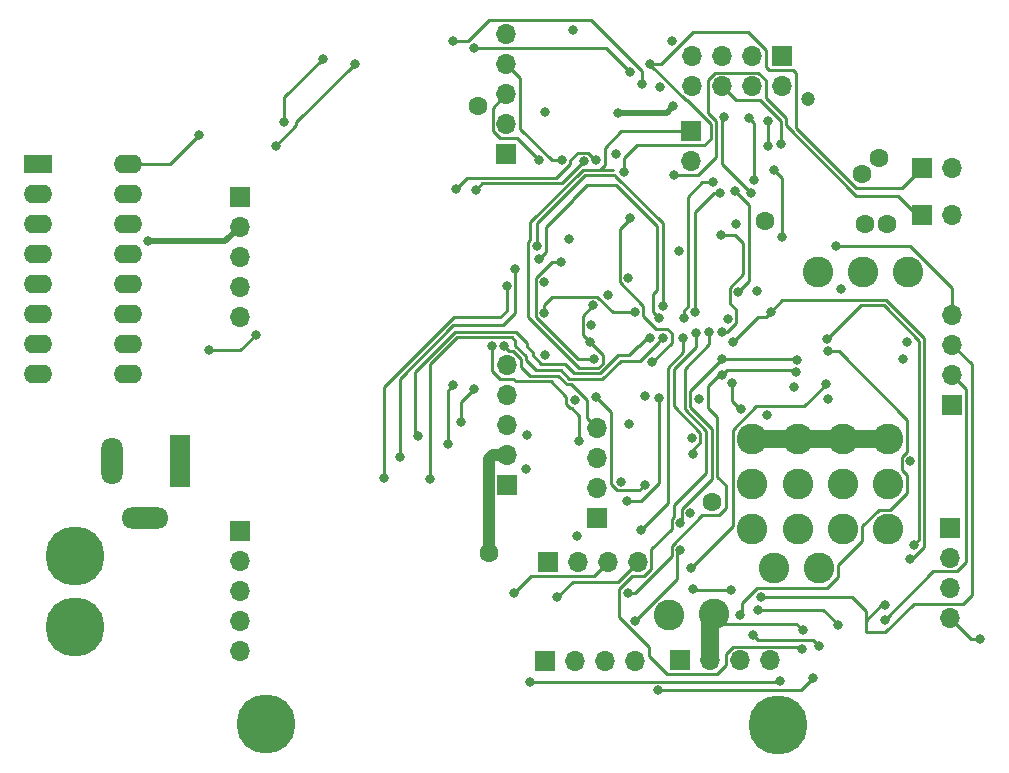
<source format=gbl>
%TF.GenerationSoftware,KiCad,Pcbnew,(5.1.6-0-10_14)*%
%TF.CreationDate,2022-07-25T21:05:29-05:00*%
%TF.ProjectId,small_led_driver_with_optoisolator,736d616c-6c5f-46c6-9564-5f6472697665,rev?*%
%TF.SameCoordinates,Original*%
%TF.FileFunction,Copper,L4,Bot*%
%TF.FilePolarity,Positive*%
%FSLAX46Y46*%
G04 Gerber Fmt 4.6, Leading zero omitted, Abs format (unit mm)*
G04 Created by KiCad (PCBNEW (5.1.6-0-10_14)) date 2022-07-25 21:05:29*
%MOMM*%
%LPD*%
G01*
G04 APERTURE LIST*
%TA.AperFunction,ComponentPad*%
%ADD10C,5.000000*%
%TD*%
%TA.AperFunction,ComponentPad*%
%ADD11R,1.700000X1.700000*%
%TD*%
%TA.AperFunction,ComponentPad*%
%ADD12O,1.700000X1.700000*%
%TD*%
%TA.AperFunction,ComponentPad*%
%ADD13C,2.600000*%
%TD*%
%TA.AperFunction,ComponentPad*%
%ADD14R,1.800000X4.400000*%
%TD*%
%TA.AperFunction,ComponentPad*%
%ADD15O,1.800000X4.000000*%
%TD*%
%TA.AperFunction,ComponentPad*%
%ADD16O,4.000000X1.800000*%
%TD*%
%TA.AperFunction,ComponentPad*%
%ADD17O,2.400000X1.600000*%
%TD*%
%TA.AperFunction,ComponentPad*%
%ADD18R,2.400000X1.600000*%
%TD*%
%TA.AperFunction,ViaPad*%
%ADD19C,0.800000*%
%TD*%
%TA.AperFunction,ViaPad*%
%ADD20C,1.600000*%
%TD*%
%TA.AperFunction,ViaPad*%
%ADD21C,1.200000*%
%TD*%
%TA.AperFunction,Conductor*%
%ADD22C,1.500000*%
%TD*%
%TA.AperFunction,Conductor*%
%ADD23C,0.250000*%
%TD*%
%TA.AperFunction,Conductor*%
%ADD24C,0.500000*%
%TD*%
%TA.AperFunction,Conductor*%
%ADD25C,1.000000*%
%TD*%
G04 APERTURE END LIST*
D10*
%TO.P,J33,1*%
%TO.N,Net-(J1-Pad1)*%
X143610000Y-131240000D03*
%TD*%
%TO.P,J34,1*%
%TO.N,+5V*%
X186974000Y-131358000D03*
%TD*%
D11*
%TO.P,U10,1*%
%TO.N,GND1*%
X163999718Y-111051000D03*
D12*
%TO.P,U10,2*%
%TO.N,+5V*%
X163999718Y-108511000D03*
%TO.P,U10,3*%
%TO.N,/OUT_3_P*%
X163999718Y-105971000D03*
%TO.P,U10,4*%
%TO.N,/OUT_3_N*%
X163999718Y-103431000D03*
%TO.P,U10,5*%
%TO.N,N/C*%
X163999718Y-100891000D03*
%TD*%
%TO.P,U5,5*%
%TO.N,N/C*%
X141401412Y-96776537D03*
%TO.P,U5,4*%
%TO.N,/OUT_2_N*%
X141401412Y-94236537D03*
%TO.P,U5,3*%
%TO.N,/OUT_2_P*%
X141401412Y-91696537D03*
%TO.P,U5,2*%
%TO.N,+5V*%
X141401412Y-89156537D03*
D11*
%TO.P,U5,1*%
%TO.N,GND1*%
X141401412Y-86616537D03*
%TD*%
%TO.P,U9,1*%
%TO.N,GND1*%
X163953092Y-83010883D03*
D12*
%TO.P,U9,2*%
%TO.N,+5V*%
X163953092Y-80470883D03*
%TO.P,U9,3*%
%TO.N,/OUT_1_P*%
X163953092Y-77930883D03*
%TO.P,U9,4*%
%TO.N,/OUT_1_N*%
X163953092Y-75390883D03*
%TO.P,U9,5*%
%TO.N,N/C*%
X163953092Y-72850883D03*
%TD*%
%TO.P,J31,4*%
%TO.N,/Sheet62D1858B/GPIO3*%
X175061000Y-117584000D03*
%TO.P,J31,3*%
%TO.N,/Sheet62D1858B/GPIO2*%
X172521000Y-117584000D03*
%TO.P,J31,2*%
%TO.N,/Sheet62D1858B/GPIO1*%
X169981000Y-117584000D03*
D11*
%TO.P,J31,1*%
%TO.N,/Sheet62D1858B/GPIO0*%
X167441000Y-117584000D03*
%TD*%
D12*
%TO.P,J30,4*%
%TO.N,+3V3*%
X201710000Y-96640000D03*
%TO.P,J30,3*%
%TO.N,/Sheet62D1858B/I2C2_SDA*%
X201710000Y-99180000D03*
%TO.P,J30,2*%
%TO.N,/Sheet62D1858B/I2C2_SCL*%
X201710000Y-101720000D03*
D11*
%TO.P,J30,1*%
%TO.N,GND1*%
X201710000Y-104260000D03*
%TD*%
D12*
%TO.P,J29,4*%
%TO.N,+5V*%
X186280000Y-125891000D03*
%TO.P,J29,3*%
%TO.N,GND1*%
X183740000Y-125891000D03*
%TO.P,J29,2*%
%TO.N,+3V3*%
X181200000Y-125891000D03*
D11*
%TO.P,J29,1*%
%TO.N,GND1*%
X178660000Y-125891000D03*
%TD*%
D13*
%TO.P,J28,1*%
%TO.N,GND1*%
X177728000Y-122040000D03*
%TD*%
%TO.P,J27,1*%
%TO.N,+5V*%
X186577999Y-118059400D03*
%TD*%
D11*
%TO.P,J26,1*%
%TO.N,/Sheet62D1858B/LPUART1_TX_SHIFTED*%
X167236000Y-125909000D03*
D12*
%TO.P,J26,2*%
%TO.N,/Sheet62D1858B/LPUART1_RX_SHIFTED*%
X169776000Y-125909000D03*
%TO.P,J26,3*%
%TO.N,/Sheet62D1858B/LPUART1_TX*%
X172316000Y-125909000D03*
%TO.P,J26,4*%
%TO.N,/Sheet62D1858B/LPUART1_RX*%
X174856000Y-125909000D03*
%TD*%
D11*
%TO.P,J25,1*%
%TO.N,/Sheet62D1858B/SPI3_MOSI*%
X201510000Y-114640000D03*
D12*
%TO.P,J25,2*%
%TO.N,/Sheet62D1858B/SPI3_MISO*%
X201510000Y-117180000D03*
%TO.P,J25,3*%
%TO.N,/Sheet62D1858B/SPI3_SCK*%
X201510000Y-119720000D03*
%TO.P,J25,4*%
%TO.N,/Sheet62D1858B/SPI3_NSS*%
X201510000Y-122260000D03*
%TD*%
D13*
%TO.P,J24,1*%
%TO.N,GND1*%
X190388000Y-118059400D03*
%TD*%
%TO.P,J2,1*%
%TO.N,+3V3*%
X181491000Y-121927000D03*
%TD*%
D14*
%TO.P,J1,1*%
%TO.N,Net-(J1-Pad1)*%
X136325000Y-109020000D03*
D15*
%TO.P,J1,2*%
%TO.N,GND1*%
X130525000Y-109020000D03*
D16*
%TO.P,J1,3*%
X133325000Y-113820000D03*
%TD*%
D10*
%TO.P,J20,1*%
%TO.N,Net-(J1-Pad1)*%
X127410000Y-117040000D03*
%TD*%
D13*
%TO.P,J13,1*%
%TO.N,/Sheet62D1858B/TIM1_CH1_SHIFT*%
X188619004Y-110942478D03*
%TD*%
D11*
%TO.P,J3,1*%
%TO.N,WKUP3*%
X171619280Y-113847704D03*
D12*
%TO.P,J3,2*%
%TO.N,WKUP4*%
X171619280Y-111307704D03*
%TO.P,J3,3*%
%TO.N,WKUP1*%
X171619280Y-108767704D03*
%TO.P,J3,4*%
%TO.N,WKUP2*%
X171619280Y-106227704D03*
%TD*%
D13*
%TO.P,J22,1*%
%TO.N,/Sheet62D1858B/TIM15_CH1_SHIFT*%
X184776004Y-110928478D03*
%TD*%
%TO.P,J19,1*%
%TO.N,/Sheet62D1858B/TIM1_CH3_SHIFT*%
X196239003Y-110942478D03*
%TD*%
%TO.P,J17,1*%
%TO.N,/Sheet62D1858B/TIM1_CH2_SHIFT*%
X192429003Y-110942479D03*
%TD*%
%TO.P,J4,1*%
%TO.N,GND1*%
X197923654Y-92975238D03*
%TD*%
%TO.P,J6,1*%
%TO.N,+5V*%
X192429003Y-107132478D03*
%TD*%
D12*
%TO.P,J16,2*%
%TO.N,+5V*%
X201668000Y-84176000D03*
D11*
%TO.P,J16,1*%
%TO.N,Net-(J16-Pad1)*%
X199128000Y-84176000D03*
%TD*%
%TO.P,J14,1*%
%TO.N,Net-(J14-Pad1)*%
X199160000Y-88189000D03*
D12*
%TO.P,J14,2*%
%TO.N,+5V*%
X201700000Y-88189000D03*
%TD*%
D13*
%TO.P,J23,1*%
%TO.N,/Sheet62D1858B/TIM16_CH1_SHIFT*%
X194113655Y-92975238D03*
%TD*%
D10*
%TO.P,J21,1*%
%TO.N,GND1*%
X127410000Y-123040000D03*
%TD*%
D12*
%TO.P,SW1,2*%
%TO.N,GND1*%
X179610780Y-83629700D03*
D11*
%TO.P,SW1,1*%
%TO.N,/Sheet62D1858B/NRST*%
X179610780Y-81089700D03*
%TD*%
D13*
%TO.P,J15,1*%
%TO.N,+5V*%
X196239003Y-107132478D03*
%TD*%
%TO.P,J12,1*%
%TO.N,GND1*%
X188619004Y-114752479D03*
%TD*%
%TO.P,J11,1*%
%TO.N,GND1*%
X192429003Y-114752480D03*
%TD*%
%TO.P,J10,1*%
%TO.N,GND1*%
X184776003Y-114738479D03*
%TD*%
D12*
%TO.P,J18,8*%
%TO.N,+3V3*%
X179638000Y-77283000D03*
%TO.P,J18,7*%
%TO.N,/Sheet62D1858B/SWDIO*%
X179638000Y-74743000D03*
%TO.P,J18,6*%
%TO.N,/Sheet62D1858B/SWCLK*%
X182178000Y-77283000D03*
%TO.P,J18,5*%
%TO.N,/Sheet62D1858B/JTDI*%
X182178000Y-74743000D03*
%TO.P,J18,4*%
%TO.N,/Sheet62D1858B/JTDO*%
X184718000Y-77283000D03*
%TO.P,J18,3*%
%TO.N,/Sheet62D1858B/NJTRST*%
X184718000Y-74743000D03*
%TO.P,J18,2*%
%TO.N,/Sheet62D1858B/NRST*%
X187258000Y-77283000D03*
D11*
%TO.P,J18,1*%
%TO.N,GND1*%
X187258000Y-74743000D03*
%TD*%
D17*
%TO.P,U7,16*%
%TO.N,/INT_1*%
X131930000Y-83840000D03*
%TO.P,U7,8*%
%TO.N,/OUT_4_N*%
X124310000Y-101620000D03*
%TO.P,U7,15*%
%TO.N,GND1*%
X131930000Y-86380000D03*
%TO.P,U7,7*%
%TO.N,Net-(R42-Pad1)*%
X124310000Y-99080000D03*
%TO.P,U7,14*%
%TO.N,/INT_2*%
X131930000Y-88920000D03*
%TO.P,U7,6*%
%TO.N,/OUT_3_N*%
X124310000Y-96540000D03*
%TO.P,U7,13*%
%TO.N,GND1*%
X131930000Y-91460000D03*
%TO.P,U7,5*%
%TO.N,Net-(R30-Pad1)*%
X124310000Y-94000000D03*
%TO.P,U7,12*%
%TO.N,/INT_3*%
X131930000Y-94000000D03*
%TO.P,U7,4*%
%TO.N,/OUT_2_N*%
X124310000Y-91460000D03*
%TO.P,U7,11*%
%TO.N,GND1*%
X131930000Y-96540000D03*
%TO.P,U7,3*%
%TO.N,Net-(R29-Pad1)*%
X124310000Y-88920000D03*
%TO.P,U7,10*%
%TO.N,/INT_4*%
X131930000Y-99080000D03*
%TO.P,U7,2*%
%TO.N,/OUT_1_N*%
X124310000Y-86380000D03*
%TO.P,U7,9*%
%TO.N,GND1*%
X131930000Y-101620000D03*
D18*
%TO.P,U7,1*%
%TO.N,Net-(R41-Pad1)*%
X124310000Y-83840000D03*
%TD*%
D13*
%TO.P,J9,1*%
%TO.N,GND1*%
X196239003Y-114752479D03*
%TD*%
%TO.P,J8,1*%
%TO.N,+5V*%
X190303654Y-92975238D03*
%TD*%
%TO.P,J7,1*%
%TO.N,+5V*%
X188619003Y-107132478D03*
%TD*%
%TO.P,J5,1*%
%TO.N,+5V*%
X184776004Y-107118478D03*
%TD*%
D11*
%TO.P,U11,1*%
%TO.N,GND1*%
X141410000Y-114940000D03*
D12*
%TO.P,U11,2*%
%TO.N,+5V*%
X141410000Y-117480000D03*
%TO.P,U11,3*%
%TO.N,/OUT_4_P*%
X141410000Y-120020000D03*
%TO.P,U11,4*%
%TO.N,/OUT_4_N*%
X141410000Y-122560000D03*
%TO.P,U11,5*%
%TO.N,N/C*%
X141410000Y-125100000D03*
%TD*%
D19*
%TO.N,GND1*%
X188321500Y-102759501D03*
X180216000Y-103739000D03*
X191138000Y-103788000D03*
X197520999Y-100389000D03*
X197883000Y-98885000D03*
X167210500Y-100038100D03*
X175690000Y-103480000D03*
X171120000Y-97470000D03*
X173670000Y-110770000D03*
X182690000Y-96950000D03*
X169725100Y-103822700D03*
X167175001Y-93815000D03*
X185199999Y-94600000D03*
X192290000Y-94439000D03*
X198152000Y-109040000D03*
X178544000Y-91179000D03*
X169966000Y-115388999D03*
X179643800Y-107073900D03*
D20*
X194308000Y-88960000D03*
X196213000Y-88960000D03*
D19*
X169610000Y-72540000D03*
X165660000Y-106790000D03*
X169211640Y-90194360D03*
D21*
X189501000Y-78331000D03*
D19*
X167242500Y-79421500D03*
%TO.N,+3V3*%
X172535000Y-94905000D03*
X174270000Y-93530000D03*
X174320000Y-105830000D03*
X179521000Y-113388001D03*
D20*
X181381000Y-112471000D03*
D19*
X186056000Y-105099000D03*
X165610000Y-109640000D03*
X189035000Y-123349000D03*
X191833000Y-90779000D03*
X183365000Y-88914000D03*
D20*
X185854100Y-88709700D03*
D19*
X173370000Y-79497000D03*
X178077000Y-78948000D03*
X173199000Y-83043000D03*
D20*
%TO.N,+5V*%
X194058450Y-84734450D03*
X195462950Y-83329950D03*
D19*
X133621500Y-90414500D03*
X176922000Y-77323000D03*
X177942000Y-73423000D03*
D20*
X162449717Y-116763283D03*
X161534000Y-78979000D03*
D19*
%TO.N,Net-(J14-Pad1)*%
X178136000Y-84818000D03*
%TO.N,Net-(J16-Pad1)*%
X176134000Y-75410000D03*
X173895000Y-84532000D03*
%TO.N,/Sheet62D1858B/NRST*%
X171302439Y-95831860D03*
X171040000Y-98950000D03*
%TO.N,/Sheet62D1858B/NJTRST*%
X178996100Y-96901200D03*
X181417000Y-85394000D03*
%TO.N,/Sheet62D1858B/JTDO*%
X179935001Y-96388001D03*
X187289200Y-90066060D03*
X186069000Y-80176000D03*
X186069000Y-82345000D03*
X186568200Y-84343800D03*
X182042000Y-86308000D03*
%TO.N,/Sheet62D1858B/JTDI*%
X183580800Y-94678700D03*
X183314100Y-86169700D03*
X184477000Y-79927000D03*
X184934000Y-85178000D03*
%TO.N,/Sheet62D1858B/SWCLK*%
X187161000Y-82139000D03*
%TO.N,/Sheet62D1858B/SWDIO*%
X182247300Y-98056899D03*
X182392000Y-79880000D03*
X184664000Y-86281000D03*
X182121160Y-89902640D03*
%TO.N,/Sheet62D1858B/LED_OUT_1*%
X171363400Y-100406400D03*
X168554000Y-92159000D03*
%TO.N,/Sheet62D1858B/LED_OUT_2*%
X176309000Y-100636001D03*
X174384000Y-88433000D03*
%TO.N,/INT_1*%
X137901000Y-81425000D03*
%TO.N,/Sheet62D1858B/LVL_EN*%
X198431000Y-116075000D03*
X183066000Y-102396000D03*
X183773000Y-104620000D03*
X191116471Y-98641471D03*
%TO.N,/Sheet62D1858B/SPI3_NSS*%
X176887900Y-103632200D03*
X174131000Y-112422000D03*
X204053000Y-124036000D03*
X176817999Y-128404001D03*
X189927000Y-127390000D03*
%TO.N,/Sheet62D1858B/SPI3_SCK*%
X181142400Y-98107701D03*
X188979000Y-124888000D03*
%TO.N,/Sheet62D1858B/SPI3_MISO*%
X179756000Y-108371000D03*
X179974000Y-98203098D03*
X190381000Y-124628000D03*
X184843000Y-123736000D03*
X182989000Y-119959000D03*
X179723000Y-119857000D03*
%TO.N,/Sheet62D1858B/SPI3_MOSI*%
X178925000Y-98625000D03*
X175367000Y-114814000D03*
X165940000Y-127679000D03*
X187154000Y-127645000D03*
%TO.N,/Sheet62D1858B/LPUART1_RX*%
X182225200Y-100340200D03*
X188563500Y-100427500D03*
X178668000Y-116526000D03*
X178670000Y-114264000D03*
X174856000Y-122506998D03*
%TO.N,/Sheet62D1858B/LPUART1_TX*%
X188494000Y-101489000D03*
X182174000Y-101757000D03*
X174220000Y-120208000D03*
%TO.N,/Sheet62D1858B/LPUART1_RX_SHIFTED*%
X191171000Y-99719000D03*
X183763000Y-122060002D03*
%TO.N,/Sheet62D1858B/LPUART1_TX_SHIFTED*%
X190969000Y-102497000D03*
X179600000Y-118051000D03*
%TO.N,/Sheet62D1858B/I2C2_SCL*%
X185269901Y-121577300D03*
X195993002Y-122457998D03*
X192035697Y-122857997D03*
%TO.N,/Sheet62D1858B/I2C2_SDA*%
X185511201Y-120510500D03*
X196029000Y-121199000D03*
%TO.N,Net-(R27-Pad2)*%
X171566600Y-103594100D03*
X175644500Y-111070500D03*
%TO.N,/Sheet62D1858B/GPIO0*%
X177229000Y-98545000D03*
X157478000Y-110537000D03*
%TO.N,/Sheet62D1858B/GPIO1*%
X176104000Y-98603000D03*
X156441000Y-106895000D03*
%TO.N,/Sheet62D1858B/GPIO2*%
X177172001Y-95919000D03*
X164604000Y-120164000D03*
X164688000Y-92733000D03*
X166539000Y-90808000D03*
X154932000Y-108692000D03*
%TO.N,/Sheet62D1858B/GPIO3*%
X168236000Y-120539000D03*
X163962999Y-94169999D03*
X166724000Y-91863000D03*
X176833000Y-96875000D03*
X153624000Y-110444000D03*
%TO.N,/Sheet62D1858B/LVL_DIR*%
X198122000Y-117322999D03*
X183116500Y-98925500D03*
X186320500Y-96350500D03*
%TO.N,/INT_3*%
X144410000Y-82340000D03*
X174410000Y-76040000D03*
X161224116Y-74025884D03*
X151108000Y-75395000D03*
%TO.N,/OUT_1_P*%
X166710000Y-83540000D03*
%TO.N,/OUT_1_N*%
X168622500Y-83527500D03*
%TO.N,/INT_4*%
X138810000Y-99640000D03*
X142760000Y-98290000D03*
X175410000Y-77040000D03*
X159423499Y-73453499D03*
X145135001Y-80311001D03*
X148396000Y-74959000D03*
%TO.N,WKUP3*%
X171549000Y-83528000D03*
X159704000Y-85964000D03*
X159470000Y-102594000D03*
X159010000Y-107524000D03*
%TO.N,WKUP4*%
X160110000Y-105740000D03*
X170492000Y-83636000D03*
X161354000Y-86025000D03*
X161192000Y-102928000D03*
%TO.N,WKUP1*%
X170122000Y-107302000D03*
X162710000Y-99240000D03*
%TO.N,WKUP2*%
X167147000Y-96431300D03*
X174815999Y-96395001D03*
X163760000Y-99290000D03*
%TD*%
D22*
%TO.N,+3V3*%
X181200000Y-122218000D02*
X181491000Y-121927000D01*
X181200000Y-125891000D02*
X181200000Y-122218000D01*
D23*
X201710000Y-94356582D02*
X198132418Y-90779000D01*
X201710000Y-96640000D02*
X201710000Y-94356582D01*
X198132418Y-90779000D02*
X191833000Y-90779000D01*
X189035000Y-123349000D02*
X188490000Y-122804000D01*
X182349003Y-122785003D02*
X181491000Y-121927000D01*
X183824003Y-122785003D02*
X182349003Y-122785003D01*
X183843000Y-122804000D02*
X183824003Y-122785003D01*
X188490000Y-122804000D02*
X183843000Y-122804000D01*
D24*
X173370000Y-79497000D02*
X177528000Y-79497000D01*
X177528000Y-79497000D02*
X178077000Y-78948000D01*
X178077000Y-78948000D02*
X178077000Y-78948000D01*
D22*
%TO.N,+5V*%
X188619003Y-107132478D02*
X192429003Y-107132478D01*
X196239003Y-107132478D02*
X192429003Y-107132478D01*
X188605004Y-107118478D02*
X188619003Y-107132478D01*
X184776004Y-107118478D02*
X188605004Y-107118478D01*
D24*
X184776004Y-108111996D02*
X184776004Y-107118478D01*
X140143449Y-90414500D02*
X141401412Y-89156537D01*
X133621500Y-90414500D02*
X140143449Y-90414500D01*
D25*
X162449717Y-108858920D02*
X162449717Y-116763283D01*
X162797637Y-108511000D02*
X162449717Y-108858920D01*
X163999718Y-108511000D02*
X162797637Y-108511000D01*
D23*
X201685000Y-83999000D02*
X200884002Y-83999000D01*
%TO.N,Net-(J14-Pad1)*%
X180161482Y-84818000D02*
X178136000Y-84818000D01*
X181730009Y-83249473D02*
X180161482Y-84818000D01*
X185893001Y-78234003D02*
X185893001Y-76718999D01*
X181002999Y-79506999D02*
X181730009Y-80234009D01*
X181002999Y-76718999D02*
X181002999Y-79506999D01*
X187611010Y-79952012D02*
X185893001Y-78234003D01*
X181613999Y-76107999D02*
X181002999Y-76718999D01*
X185893001Y-76718999D02*
X185282001Y-76107999D01*
X187611010Y-80588422D02*
X187611010Y-79952012D01*
X193585587Y-86562999D02*
X187611010Y-80588422D01*
X185282001Y-76107999D02*
X181613999Y-76107999D01*
X181730009Y-80234009D02*
X181730009Y-83249473D01*
X199160000Y-88189000D02*
X198745000Y-88189000D01*
X197118999Y-86562999D02*
X193585587Y-86562999D01*
X198745000Y-88189000D02*
X197118999Y-86562999D01*
%TO.N,Net-(J16-Pad1)*%
X173895000Y-84532000D02*
X173895000Y-83367000D01*
X180720781Y-82264701D02*
X181280000Y-81705482D01*
X174997299Y-82264701D02*
X180720781Y-82264701D01*
X173895000Y-83367000D02*
X174997299Y-82264701D01*
X176134000Y-75461998D02*
X176134000Y-75410000D01*
X179130003Y-78458001D02*
X176134000Y-75461998D01*
X179264083Y-78458001D02*
X179130003Y-78458001D01*
X181280000Y-80473918D02*
X179264083Y-78458001D01*
X181280000Y-81705482D02*
X181280000Y-80473918D01*
X184412001Y-72697999D02*
X179740003Y-72697999D01*
X177028002Y-75410000D02*
X176134000Y-75410000D01*
X186147999Y-75918001D02*
X185893001Y-75663003D01*
X188204001Y-75918001D02*
X186147999Y-75918001D01*
X179740003Y-72697999D02*
X177028002Y-75410000D01*
X188433001Y-76147001D02*
X188204001Y-75918001D01*
X188433001Y-80774003D02*
X188433001Y-76147001D01*
X185893001Y-75663003D02*
X185893001Y-74178999D01*
X193518449Y-85859451D02*
X188433001Y-80774003D01*
X185893001Y-74178999D02*
X184412001Y-72697999D01*
X197444549Y-85859451D02*
X199128000Y-84176000D01*
X193518449Y-85859451D02*
X197444549Y-85859451D01*
%TO.N,/Sheet62D1858B/NRST*%
X170394999Y-96739301D02*
X171302439Y-95831860D01*
X171040000Y-98950000D02*
X170394999Y-98304999D01*
X170394999Y-98304999D02*
X170394999Y-96739301D01*
X172088401Y-99998401D02*
X171040000Y-98950000D01*
X172088401Y-100754401D02*
X172088401Y-99998401D01*
X179610780Y-81089700D02*
X175294300Y-81089700D01*
X170403409Y-84361001D02*
X165971989Y-88792421D01*
X165813999Y-90459999D02*
X165813999Y-96807711D01*
X165971989Y-90302009D02*
X165813999Y-90459999D01*
X165971989Y-88792421D02*
X165971989Y-90302009D01*
X170137689Y-101131401D02*
X171711401Y-101131401D01*
X171711401Y-101131401D02*
X172088401Y-100754401D01*
X165813999Y-96807711D02*
X170137689Y-101131401D01*
X172274001Y-83956999D02*
X172274001Y-82469001D01*
X171869999Y-84361001D02*
X172274001Y-83956999D01*
X171869999Y-84361001D02*
X170403409Y-84361001D01*
X173653302Y-81089700D02*
X175294300Y-81089700D01*
X172274001Y-82469001D02*
X173653302Y-81089700D01*
X172962001Y-84361001D02*
X171869999Y-84361001D01*
%TO.N,/Sheet62D1858B/NJTRST*%
X180542000Y-85394000D02*
X181417000Y-85394000D01*
X179300900Y-86635100D02*
X180542000Y-85394000D01*
X179300900Y-95949100D02*
X179300900Y-86635100D01*
X178996099Y-96253900D02*
X179300900Y-95949100D01*
X178996100Y-96901200D02*
X178996099Y-96253900D01*
%TO.N,/Sheet62D1858B/JTDO*%
X179935001Y-96388001D02*
X179935001Y-87968001D01*
X187289200Y-90066060D02*
X187289200Y-85064800D01*
X187289200Y-85064800D02*
X186568200Y-84343800D01*
X186069000Y-80176000D02*
X186069000Y-82345000D01*
X186069000Y-82345000D02*
X186069000Y-82396000D01*
X179935001Y-87968001D02*
X179935001Y-87881999D01*
X179935001Y-87881999D02*
X181509000Y-86308000D01*
X181509000Y-86308000D02*
X181852000Y-86308000D01*
X181852000Y-86308000D02*
X182042000Y-86308000D01*
%TO.N,/Sheet62D1858B/JTDI*%
X183580800Y-94678700D02*
X184489101Y-93770399D01*
X184489101Y-93770399D02*
X184489101Y-87344700D01*
X184489101Y-87344700D02*
X183314100Y-86169700D01*
X184934000Y-80384000D02*
X184477000Y-79927000D01*
X184934000Y-85178000D02*
X184934000Y-80384000D01*
%TO.N,/Sheet62D1858B/SWCLK*%
X185424003Y-78458001D02*
X187161000Y-80194998D01*
X183353001Y-78458001D02*
X185424003Y-78458001D01*
X182178000Y-77283000D02*
X183353001Y-78458001D01*
X187161000Y-80194998D02*
X187161000Y-82139000D01*
%TO.N,/Sheet62D1858B/SWDIO*%
X182247300Y-98056899D02*
X182298099Y-98107700D01*
X182196000Y-83813000D02*
X184664000Y-86281000D01*
X182147800Y-89876000D02*
X182121160Y-89902640D01*
X183299000Y-89876000D02*
X182147800Y-89876000D01*
X183986000Y-93200498D02*
X183986000Y-90563000D01*
X183415000Y-96200001D02*
X182855799Y-95640799D01*
X182855799Y-95640799D02*
X182855799Y-94330699D01*
X183986000Y-90563000D02*
X183299000Y-89876000D01*
X182855799Y-94330699D02*
X183986000Y-93200498D01*
X183415001Y-97298001D02*
X183415000Y-96200001D01*
X182656102Y-98056900D02*
X183415001Y-97298001D01*
X182247300Y-98056899D02*
X182656102Y-98056900D01*
X182196000Y-80076000D02*
X182392000Y-79880000D01*
X182196000Y-83813000D02*
X182196000Y-80076000D01*
%TO.N,/Sheet62D1858B/LED_OUT_1*%
X166421999Y-96779301D02*
X170049098Y-100406400D01*
X170049098Y-100406400D02*
X171363400Y-100406400D01*
X166421999Y-96779301D02*
X166421999Y-93495000D01*
X167786000Y-92159000D02*
X168554000Y-92159000D01*
X166450000Y-93495000D02*
X167786000Y-92159000D01*
X166421999Y-93495000D02*
X166450000Y-93495000D01*
%TO.N,/Sheet62D1858B/LED_OUT_2*%
X175541000Y-95874002D02*
X173544999Y-93878001D01*
X175541000Y-96743002D02*
X175541000Y-95874002D01*
X173544999Y-93878001D02*
X173544999Y-89388001D01*
X177954001Y-98990999D02*
X176309000Y-100636001D01*
X177954001Y-98196999D02*
X177954001Y-98990999D01*
X177577001Y-97819999D02*
X177954001Y-98196999D01*
X176617997Y-97819999D02*
X177577001Y-97819999D01*
X175541000Y-96743002D02*
X176617997Y-97819999D01*
X173544999Y-89388001D02*
X173544999Y-89384001D01*
X173544999Y-89384001D02*
X174384000Y-88545000D01*
X174384000Y-88545000D02*
X174384000Y-88433000D01*
%TO.N,/INT_1*%
X135486000Y-83840000D02*
X137901000Y-81425000D01*
X131930000Y-83840000D02*
X135486000Y-83840000D01*
%TO.N,/Sheet62D1858B/LVL_EN*%
X183560000Y-104443000D02*
X183596000Y-104443000D01*
X183596000Y-104443000D02*
X183773000Y-104620000D01*
X193942942Y-95815000D02*
X195886002Y-95815000D01*
X198877001Y-98805999D02*
X198877001Y-115628999D01*
X195886002Y-95815000D02*
X198877001Y-98805999D01*
X198877001Y-115628999D02*
X198431000Y-116075000D01*
X183066000Y-103949000D02*
X183560000Y-104443000D01*
X191116471Y-98641471D02*
X193942942Y-95815000D01*
X183066000Y-102396000D02*
X183066000Y-103949000D01*
%TO.N,/Sheet62D1858B/SPI3_NSS*%
X176887900Y-110900102D02*
X175366002Y-112422000D01*
X176887900Y-103632200D02*
X176887900Y-110900102D01*
X175366002Y-112422000D02*
X174131000Y-112422000D01*
X203286000Y-124036000D02*
X201510000Y-122260000D01*
X204053000Y-124036000D02*
X203286000Y-124036000D01*
X188496001Y-128404001D02*
X188912999Y-128404001D01*
X176817999Y-128404001D02*
X188496001Y-128404001D01*
X188912999Y-128404001D02*
X189927000Y-127390000D01*
%TO.N,/Sheet62D1858B/SPI3_SCK*%
X181142400Y-99093600D02*
X181142400Y-98107701D01*
X182564999Y-125326999D02*
X182564999Y-126265003D01*
X179034998Y-104637589D02*
X179034998Y-101201001D01*
X188979000Y-124888000D02*
X188806999Y-124715999D01*
X177944999Y-114746003D02*
X177944999Y-113915999D01*
X180818811Y-106421401D02*
X179034998Y-104637589D01*
X188806999Y-124715999D02*
X183175999Y-124715999D01*
X180818811Y-109998599D02*
X180818811Y-106421401D01*
X176031001Y-124755001D02*
X173494999Y-122218999D01*
X178130205Y-112687205D02*
X180818811Y-109998599D01*
X178130205Y-113730793D02*
X178130205Y-112687205D01*
X177944999Y-113915999D02*
X178130205Y-113730793D01*
X176236001Y-116455001D02*
X177944999Y-114746003D01*
X173494999Y-122218999D02*
X173494999Y-119859999D01*
X175625001Y-118759001D02*
X176236001Y-118148001D01*
X174595997Y-118759001D02*
X175625001Y-118759001D01*
X179034998Y-101201001D02*
X181142400Y-99093600D01*
X176031001Y-125547003D02*
X176031001Y-124755001D01*
X177549999Y-127066001D02*
X176031001Y-125547003D01*
X181764001Y-127066001D02*
X177549999Y-127066001D01*
X182564999Y-126265003D02*
X181764001Y-127066001D01*
X176236001Y-118148001D02*
X176236001Y-116455001D01*
X173494999Y-119859999D02*
X174595997Y-118759001D01*
X183175999Y-124715999D02*
X182564999Y-125326999D01*
%TO.N,/Sheet62D1858B/SPI3_MISO*%
X178115000Y-104354000D02*
X178115000Y-101246410D01*
X178115000Y-101246410D02*
X179974000Y-99387410D01*
X179974000Y-99387410D02*
X179974000Y-98203098D01*
X180368801Y-106607801D02*
X178115000Y-104354000D01*
X179756000Y-108371000D02*
X179756000Y-108034702D01*
X179756000Y-108034702D02*
X180368801Y-107421901D01*
X180368801Y-107421901D02*
X180368801Y-106607801D01*
X189915999Y-124162999D02*
X185269999Y-124162999D01*
X190381000Y-124628000D02*
X189915999Y-124162999D01*
X185269999Y-124162999D02*
X184843000Y-123736000D01*
X182989000Y-119959000D02*
X179825000Y-119959000D01*
X179825000Y-119959000D02*
X179723000Y-119857000D01*
%TO.N,/Sheet62D1858B/SPI3_MOSI*%
X178925000Y-98625000D02*
X178925000Y-99800000D01*
X177612901Y-101112099D02*
X177612901Y-112568099D01*
X178925000Y-99800000D02*
X177612901Y-101112099D01*
X177612901Y-112568099D02*
X175367000Y-114814000D01*
X187120000Y-127679000D02*
X187154000Y-127645000D01*
X165940000Y-127679000D02*
X187120000Y-127679000D01*
%TO.N,/Sheet62D1858B/LPUART1_RX*%
X188563500Y-100427500D02*
X188581000Y-100445000D01*
X179490999Y-104457179D02*
X181331799Y-106297979D01*
X181331799Y-106297979D02*
X181331799Y-110504199D01*
X179490999Y-103074401D02*
X179490999Y-104457179D01*
X182225200Y-100340200D02*
X179490999Y-103074401D01*
X178795998Y-113039999D02*
X181331799Y-110504199D01*
X188476200Y-100340200D02*
X188563500Y-100427500D01*
X182225200Y-100340200D02*
X188476200Y-100340200D01*
X178668000Y-116526000D02*
X178668000Y-116208302D01*
X178795998Y-113039999D02*
X178795998Y-114138002D01*
X178795998Y-114138002D02*
X178670000Y-114264000D01*
X174856000Y-122506998D02*
X178387000Y-118975998D01*
X178387000Y-116807000D02*
X178668000Y-116526000D01*
X178387000Y-118975998D02*
X178387000Y-116807000D01*
%TO.N,/Sheet62D1858B/LPUART1_TX*%
X181781809Y-105244809D02*
X181036000Y-104499000D01*
X181036000Y-102652000D02*
X181931000Y-101757000D01*
X181810000Y-110360001D02*
X181810000Y-110089000D01*
X181036000Y-104499000D02*
X181036000Y-102652000D01*
X182506001Y-113006711D02*
X182506000Y-111056001D01*
X181781809Y-110060809D02*
X181781809Y-105244809D01*
X182506000Y-111056001D02*
X181810000Y-110360001D01*
X181931000Y-101757000D02*
X182174000Y-101757000D01*
X181810000Y-110089000D02*
X181781809Y-110060809D01*
X188494000Y-101489000D02*
X188313100Y-101308100D01*
X182622900Y-101308100D02*
X182174000Y-101757000D01*
X188313100Y-101308100D02*
X182622900Y-101308100D01*
X181916711Y-113596001D02*
X182506001Y-113006711D01*
X180524997Y-113596001D02*
X181916711Y-113596001D01*
X177936990Y-116184008D02*
X180524997Y-113596001D01*
X177936990Y-117083422D02*
X177936990Y-116184008D01*
X174812412Y-120208000D02*
X177936990Y-117083422D01*
X174220000Y-120208000D02*
X174812412Y-120208000D01*
%TO.N,/Sheet62D1858B/LPUART1_RX_SHIFTED*%
X197864004Y-106193319D02*
X197864004Y-105511004D01*
X192072000Y-99719000D02*
X191171000Y-99719000D01*
X197864004Y-105511004D02*
X192072000Y-99719000D01*
X185163199Y-119785499D02*
X183914000Y-121034698D01*
X192013001Y-118839401D02*
X191066903Y-119785499D01*
X194054004Y-115798394D02*
X192013001Y-117839397D01*
X191066903Y-119785499D02*
X185163199Y-119785499D01*
X194054004Y-114532476D02*
X194054004Y-115798394D01*
X192013001Y-117839397D02*
X192013001Y-118839401D01*
X197426999Y-109725472D02*
X197864004Y-110162477D01*
X197864004Y-110162477D02*
X197864004Y-111722479D01*
X195459002Y-113127478D02*
X194054004Y-114532476D01*
X197426999Y-108691999D02*
X197426999Y-109725472D01*
X197864004Y-108254994D02*
X197426999Y-108691999D01*
X196459005Y-113127478D02*
X195459002Y-113127478D01*
X197864004Y-111722479D02*
X196459005Y-113127478D01*
X197864004Y-106193319D02*
X197864004Y-108254994D01*
X183914000Y-121034698D02*
X183906302Y-121034698D01*
X183914000Y-121909002D02*
X183763000Y-122060002D01*
X183914000Y-121034698D02*
X183914000Y-121909002D01*
%TO.N,/Sheet62D1858B/LPUART1_TX_SHIFTED*%
X190969000Y-102497000D02*
X190969000Y-102400000D01*
X185115481Y-104373999D02*
X189189001Y-104373999D01*
X190969000Y-102594000D02*
X190969000Y-102497000D01*
X189189001Y-104373999D02*
X190969000Y-102594000D01*
X183151003Y-106338477D02*
X185115481Y-104373999D01*
X183151003Y-114499997D02*
X183151003Y-106338477D01*
X179600000Y-118051000D02*
X183151003Y-114499997D01*
%TO.N,/Sheet62D1858B/I2C2_SCL*%
X189306300Y-121577300D02*
X189878300Y-121577300D01*
X189306300Y-121577300D02*
X185269901Y-121577300D01*
X201710000Y-101720000D02*
X202885001Y-102895001D01*
X189878300Y-121577300D02*
X190755300Y-121577300D01*
X190755300Y-121577300D02*
X192021000Y-122843000D01*
X200095999Y-118355001D02*
X195993002Y-122457998D01*
X202074001Y-118355001D02*
X200095999Y-118355001D01*
X202885001Y-117544001D02*
X202074001Y-118355001D01*
X202885001Y-102895001D02*
X202885001Y-117544001D01*
%TO.N,/Sheet62D1858B/I2C2_SDA*%
X193131499Y-120510499D02*
X193182499Y-120510499D01*
X185511201Y-120510500D02*
X193131499Y-120510499D01*
X193182499Y-120510499D02*
X194361800Y-121689800D01*
X194361800Y-122621800D02*
X194361800Y-122540200D01*
X194361800Y-121689800D02*
X194361800Y-122621800D01*
X195703000Y-121199000D02*
X196029000Y-121199000D01*
X194361800Y-122540200D02*
X195703000Y-121199000D01*
X194361800Y-123134200D02*
X194361800Y-122621800D01*
X194361800Y-123489800D02*
X194361800Y-123134200D01*
X196034202Y-123489800D02*
X194361800Y-123489800D01*
X203335011Y-120383399D02*
X202633411Y-121084999D01*
X203335011Y-100805011D02*
X203335011Y-120383399D01*
X201710000Y-99180000D02*
X203335011Y-100805011D01*
X198439003Y-121084999D02*
X196034202Y-123489800D01*
X202633411Y-121084999D02*
X198439003Y-121084999D01*
%TO.N,Net-(R27-Pad2)*%
X175219999Y-111495001D02*
X175644500Y-111070500D01*
X172794281Y-110967283D02*
X173321999Y-111495001D01*
X173321999Y-111495001D02*
X175219999Y-111495001D01*
X172794281Y-104821781D02*
X172794281Y-110967283D01*
X171566600Y-103594100D02*
X172794281Y-104821781D01*
%TO.N,/Sheet62D1858B/GPIO0*%
X159749001Y-98514999D02*
X157478000Y-100786000D01*
X164384999Y-98514999D02*
X159749001Y-98514999D01*
X164710000Y-98840000D02*
X164384999Y-98514999D01*
X164710000Y-99225870D02*
X164710000Y-98840000D01*
X165624729Y-100454729D02*
X165624728Y-100140598D01*
X157478000Y-106163000D02*
X157478000Y-110537000D01*
X176829001Y-98840999D02*
X176829001Y-98951001D01*
X168547000Y-101318000D02*
X166488000Y-101318000D01*
X177125000Y-98544999D02*
X176829001Y-98840999D01*
X169260421Y-102031421D02*
X168547000Y-101318000D01*
X166488000Y-101318000D02*
X165624729Y-100454729D01*
X172084201Y-102031421D02*
X169260421Y-102031421D01*
X165624728Y-100140598D02*
X164710000Y-99225870D01*
X177229000Y-98545000D02*
X177125000Y-98544999D01*
X176829001Y-98951001D02*
X175276992Y-100503010D01*
X157478000Y-100786000D02*
X157478000Y-106163000D01*
X173612612Y-100503010D02*
X172084201Y-102031421D01*
X175276992Y-100503010D02*
X173612612Y-100503010D01*
%TO.N,/Sheet62D1858B/GPIO1*%
X156191000Y-106645000D02*
X156441000Y-106895000D01*
X164734989Y-98064989D02*
X159562601Y-98064989D01*
X165710000Y-99040000D02*
X164734989Y-98064989D01*
X166862499Y-100763101D02*
X166166000Y-100066602D01*
X168885101Y-100763101D02*
X166862499Y-100763101D01*
X169703411Y-101581411D02*
X168885101Y-100763101D01*
X165710000Y-99340000D02*
X165710000Y-99040000D01*
X166166000Y-99796000D02*
X165710000Y-99340000D01*
X175095000Y-99260000D02*
X174302000Y-100053000D01*
X175199002Y-99260000D02*
X175095000Y-99260000D01*
X176104000Y-98603000D02*
X175856002Y-98603000D01*
X175856002Y-98603000D02*
X175199002Y-99260000D01*
X159562601Y-98064989D02*
X156191000Y-101436590D01*
X166166000Y-100066602D02*
X166166000Y-99796000D01*
X156191000Y-101436590D02*
X156191000Y-106645000D01*
X171897801Y-101581411D02*
X169703411Y-101581411D01*
X173426212Y-100053000D02*
X171897801Y-101581411D01*
X174302000Y-100053000D02*
X173426212Y-100053000D01*
%TO.N,/Sheet62D1858B/GPIO2*%
X177172001Y-95919000D02*
X177172001Y-88962198D01*
X171345999Y-118759001D02*
X166008999Y-118759001D01*
X172521000Y-117584000D02*
X171345999Y-118759001D01*
X166008999Y-118759001D02*
X164604000Y-120164000D01*
X154932000Y-102059180D02*
X159471180Y-97520000D01*
X154932000Y-106032000D02*
X154932000Y-102059180D01*
X159471180Y-97520000D02*
X163627000Y-97520000D01*
X163627000Y-97520000D02*
X164688000Y-96459000D01*
X164688000Y-96459000D02*
X164688000Y-92733000D01*
X166539000Y-90808000D02*
X166539000Y-88861820D01*
X170589809Y-84811011D02*
X173148401Y-84811011D01*
X166539000Y-88861820D02*
X170589809Y-84811011D01*
X177172001Y-88882003D02*
X177172001Y-88962198D01*
X173148401Y-84858403D02*
X177172001Y-88882003D01*
X173148401Y-84811011D02*
X173148401Y-84858403D01*
X154932000Y-106032000D02*
X154932000Y-108692000D01*
%TO.N,/Sheet62D1858B/GPIO3*%
X175061000Y-117584000D02*
X173435989Y-119209011D01*
X173435989Y-119209011D02*
X169565989Y-119209011D01*
X169565989Y-119209011D02*
X168236000Y-120539000D01*
X153624000Y-102730770D02*
X159507770Y-96847000D01*
X159507770Y-96847000D02*
X163446000Y-96847000D01*
X153624000Y-106047000D02*
X153624000Y-102730770D01*
X163962999Y-96330001D02*
X163962999Y-94169999D01*
X163446000Y-96847000D02*
X163962999Y-96330001D01*
X167264001Y-91322999D02*
X167264001Y-89215999D01*
X176721991Y-89068403D02*
X173252588Y-85599000D01*
X167264001Y-89215999D02*
X169598000Y-86882000D01*
X166724000Y-91863000D02*
X167264001Y-91322999D01*
X169598000Y-86882000D02*
X169598000Y-86807000D01*
X176385001Y-96427001D02*
X176385001Y-94882999D01*
X169598000Y-86807000D02*
X170806000Y-85599000D01*
X170806000Y-85599000D02*
X173252588Y-85599000D01*
X176385001Y-94882999D02*
X176721991Y-94546009D01*
X176721991Y-94546009D02*
X176721991Y-89068403D01*
X176833000Y-96875000D02*
X176385001Y-96427001D01*
X153624000Y-106047000D02*
X153624000Y-110444000D01*
%TO.N,/Sheet62D1858B/LVL_DIR*%
X198256002Y-117323000D02*
X198122000Y-117322999D01*
X199327011Y-116079989D02*
X199327011Y-116251991D01*
X199327011Y-116251991D02*
X198256002Y-117323000D01*
X199327010Y-98619599D02*
X199327011Y-116079989D01*
X185904000Y-96767000D02*
X186320500Y-96350500D01*
X185275000Y-96767000D02*
X185904000Y-96767000D01*
X196072403Y-95364991D02*
X199327010Y-98619599D01*
X186320500Y-96350500D02*
X187306009Y-95364991D01*
X187306009Y-95364991D02*
X196072403Y-95364991D01*
X183116500Y-98925500D02*
X185275000Y-96767000D01*
%TO.N,/INT_3*%
X144410000Y-82340000D02*
X146168000Y-80582000D01*
X146168000Y-80582000D02*
X146168000Y-80335000D01*
X146168000Y-80335000D02*
X151108000Y-75395000D01*
X151108000Y-75395000D02*
X151122000Y-75381000D01*
X172395884Y-74025884D02*
X174410000Y-76040000D01*
X161224116Y-74025884D02*
X172395884Y-74025884D01*
%TO.N,/OUT_1_P*%
X162778091Y-81034884D02*
X162778091Y-79105884D01*
X163389091Y-81645884D02*
X162778091Y-81034884D01*
X162778091Y-79105884D02*
X163953092Y-77930883D01*
X164815884Y-81645884D02*
X163389091Y-81645884D01*
X166710000Y-83540000D02*
X164815884Y-81645884D01*
%TO.N,/OUT_1_N*%
X168622500Y-83527500D02*
X167797500Y-83527500D01*
X167797500Y-83527500D02*
X165128093Y-80858093D01*
X165128093Y-76565884D02*
X163953092Y-75390883D01*
X165128093Y-80858093D02*
X165128093Y-76565884D01*
%TO.N,/INT_4*%
X138810000Y-99640000D02*
X141410000Y-99640000D01*
X141410000Y-99640000D02*
X142760000Y-98290000D01*
X142760000Y-98290000D02*
X142810000Y-98240000D01*
X162501116Y-71675882D02*
X160723499Y-73453499D01*
X171118884Y-71675882D02*
X162501116Y-71675882D01*
X175410000Y-75966998D02*
X171118884Y-71675882D01*
X175410000Y-77040000D02*
X175410000Y-75966998D01*
X160723499Y-73453499D02*
X159423499Y-73453499D01*
X145135001Y-80311001D02*
X145135001Y-78219999D01*
X145135001Y-78219999D02*
X148396000Y-74959000D01*
%TO.N,WKUP3*%
X168174012Y-85048990D02*
X160619010Y-85048990D01*
X169347501Y-83875501D02*
X168174012Y-85048990D01*
X169980001Y-82910999D02*
X169347501Y-83543499D01*
X170840001Y-82910999D02*
X169980001Y-82910999D01*
X171457002Y-83528000D02*
X170840001Y-82910999D01*
X169347501Y-83543499D02*
X169347501Y-83875501D01*
X171549000Y-83528000D02*
X171457002Y-83528000D01*
X160619010Y-85048990D02*
X159704000Y-85964000D01*
X159010000Y-103054000D02*
X159470000Y-102594000D01*
X159010000Y-105740000D02*
X159010000Y-103054000D01*
X159010000Y-105740000D02*
X159010000Y-107524000D01*
%TO.N,WKUP4*%
X170492000Y-83636000D02*
X168629000Y-85499000D01*
X168629000Y-85499000D02*
X161880000Y-85499000D01*
X161880000Y-85499000D02*
X161354000Y-86025000D01*
X160110000Y-104010000D02*
X161192000Y-102928000D01*
X160110000Y-105740000D02*
X160110000Y-104010000D01*
%TO.N,WKUP1*%
X170122000Y-107302000D02*
X170122000Y-105169000D01*
X169377099Y-104547702D02*
X168995000Y-104165602D01*
X169500701Y-104547702D02*
X169377099Y-104547702D01*
X170122000Y-105169000D02*
X169500701Y-104547702D01*
X168995000Y-104165602D02*
X168995000Y-103544000D01*
X168995000Y-103544000D02*
X167711000Y-102260000D01*
X164536001Y-102066001D02*
X163435717Y-102066001D01*
X163435717Y-102066001D02*
X162710000Y-101340284D01*
X164730000Y-102260000D02*
X164536001Y-102066001D01*
X167711000Y-102260000D02*
X164730000Y-102260000D01*
X162710000Y-101340284D02*
X162710000Y-99240000D01*
%TO.N,WKUP2*%
X170769281Y-105377705D02*
X170769281Y-103821281D01*
X169429431Y-102481431D02*
X169074020Y-102481430D01*
X170769281Y-103821281D02*
X169429431Y-102481431D01*
X171619280Y-106227704D02*
X170769281Y-105377705D01*
X168360600Y-101768010D02*
X166076010Y-101768010D01*
X169074020Y-102481430D02*
X168360600Y-101768010D01*
X167147000Y-95770900D02*
X167811041Y-95106860D01*
X167147000Y-96431300D02*
X167147000Y-95770900D01*
X171663857Y-95106860D02*
X172951999Y-96395001D01*
X167874540Y-95106859D02*
X167811041Y-95106860D01*
X167874540Y-95106859D02*
X171663857Y-95106860D01*
X172951999Y-96395001D02*
X174815999Y-96395001D01*
X165938010Y-101768010D02*
X165174719Y-101004719D01*
X166076010Y-101768010D02*
X165938010Y-101768010D01*
X165174719Y-101004719D02*
X165174719Y-100326999D01*
X164548860Y-99701140D02*
X164171140Y-99701140D01*
X165174719Y-100326999D02*
X164548860Y-99701140D01*
X164171140Y-99701140D02*
X163760000Y-99290000D01*
X163760000Y-99290000D02*
X163710000Y-99240000D01*
%TD*%
M02*

</source>
